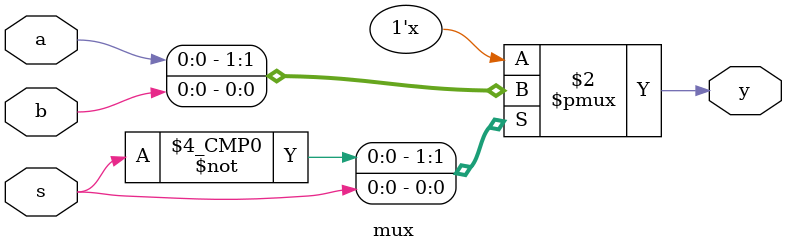
<source format=v>

module mux(s,a,b,y);
  output reg y;
  input s,a,b;
  always@(s,a,b)
    case (s)
      1'b0:y=a;
      1'b1:y=b;
    endcase
endmodule
</source>
